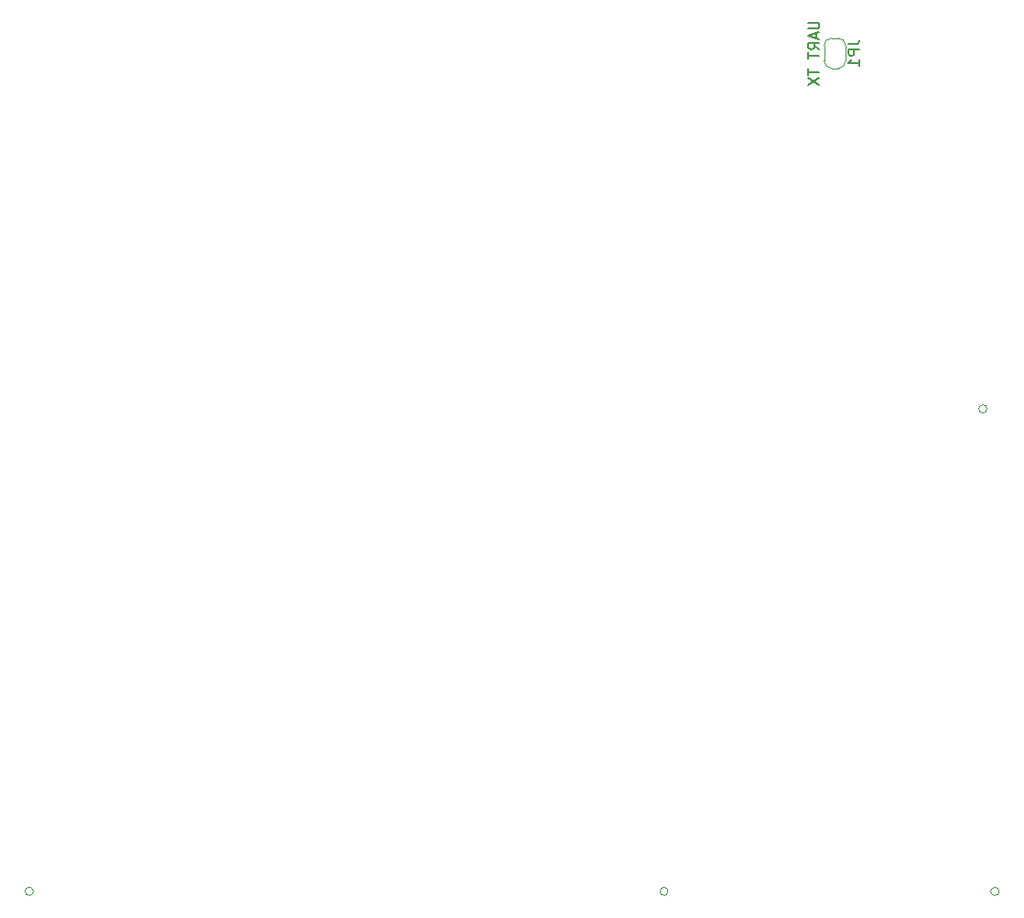
<source format=gbr>
%TF.GenerationSoftware,KiCad,Pcbnew,(6.0.11-0)*%
%TF.CreationDate,2023-04-19T14:38:13+10:00*%
%TF.ProjectId,enviro-node,656e7669-726f-42d6-9e6f-64652e6b6963,rev?*%
%TF.SameCoordinates,Original*%
%TF.FileFunction,Legend,Bot*%
%TF.FilePolarity,Positive*%
%FSLAX46Y46*%
G04 Gerber Fmt 4.6, Leading zero omitted, Abs format (unit mm)*
G04 Created by KiCad (PCBNEW (6.0.11-0)) date 2023-04-19 14:38:13*
%MOMM*%
%LPD*%
G01*
G04 APERTURE LIST*
%ADD10C,0.150000*%
%ADD11C,0.120000*%
G04 APERTURE END LIST*
D10*
%TO.C,JP1*%
X124493180Y-75011066D02*
X125207466Y-75011066D01*
X125350323Y-74963447D01*
X125445561Y-74868209D01*
X125493180Y-74725352D01*
X125493180Y-74630114D01*
X125493180Y-75487257D02*
X124493180Y-75487257D01*
X124493180Y-75868209D01*
X124540800Y-75963447D01*
X124588419Y-76011066D01*
X124683657Y-76058685D01*
X124826514Y-76058685D01*
X124921752Y-76011066D01*
X124969371Y-75963447D01*
X125016990Y-75868209D01*
X125016990Y-75487257D01*
X125493180Y-77011066D02*
X125493180Y-76439638D01*
X125493180Y-76725352D02*
X124493180Y-76725352D01*
X124636038Y-76630114D01*
X124731276Y-76534876D01*
X124778895Y-76439638D01*
X120793180Y-73011066D02*
X121602704Y-73011066D01*
X121697942Y-73058685D01*
X121745561Y-73106304D01*
X121793180Y-73201542D01*
X121793180Y-73392019D01*
X121745561Y-73487257D01*
X121697942Y-73534876D01*
X121602704Y-73582495D01*
X120793180Y-73582495D01*
X121507466Y-74011066D02*
X121507466Y-74487257D01*
X121793180Y-73915828D02*
X120793180Y-74249161D01*
X121793180Y-74582495D01*
X121793180Y-75487257D02*
X121316990Y-75153923D01*
X121793180Y-74915828D02*
X120793180Y-74915828D01*
X120793180Y-75296780D01*
X120840800Y-75392019D01*
X120888419Y-75439638D01*
X120983657Y-75487257D01*
X121126514Y-75487257D01*
X121221752Y-75439638D01*
X121269371Y-75392019D01*
X121316990Y-75296780D01*
X121316990Y-74915828D01*
X120793180Y-75772971D02*
X120793180Y-76344400D01*
X121793180Y-76058685D02*
X120793180Y-76058685D01*
X120793180Y-77296780D02*
X120793180Y-77868209D01*
X121793180Y-77582495D02*
X120793180Y-77582495D01*
X120793180Y-78106304D02*
X121793180Y-78772971D01*
X120793180Y-78772971D02*
X121793180Y-78106304D01*
D11*
%TO.C,J7*%
X49075080Y-153456610D02*
G75*
G03*
X49075080Y-153456610I-381000J0D01*
G01*
%TO.C,J10*%
X137313080Y-108772609D02*
G75*
G03*
X137313080Y-108772609I-381000J0D01*
G01*
%TO.C,J6*%
X138428856Y-153456610D02*
G75*
G03*
X138428856Y-153456610I-381000J0D01*
G01*
%TO.C,J4*%
X107809156Y-153456610D02*
G75*
G03*
X107809156Y-153456610I-381000J0D01*
G01*
%TO.C,JP1*%
X123540800Y-74444400D02*
X122940800Y-74444400D01*
X124240800Y-76544400D02*
X124240800Y-75144400D01*
X122240800Y-75144400D02*
X122240800Y-76544400D01*
X122940800Y-77244400D02*
X123540800Y-77244400D01*
X124240800Y-75144400D02*
G75*
G03*
X123540800Y-74444400I-700000J0D01*
G01*
X122240800Y-76544400D02*
G75*
G03*
X122940800Y-77244400I699999J-1D01*
G01*
X123540800Y-77244400D02*
G75*
G03*
X124240800Y-76544400I1J699999D01*
G01*
X122940800Y-74444400D02*
G75*
G03*
X122240800Y-75144400I0J-700000D01*
G01*
%TD*%
M02*

</source>
